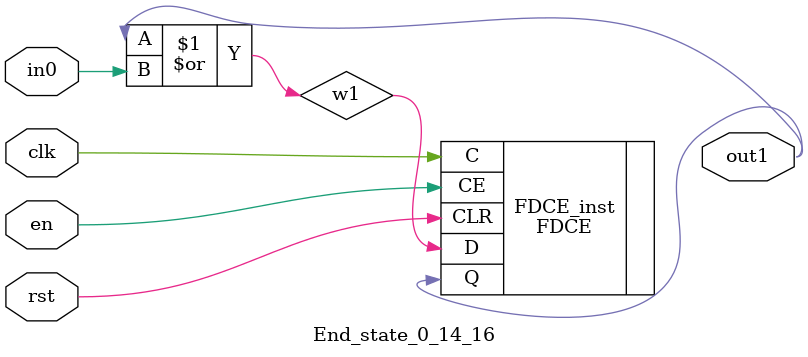
<source format=v>
module engine_0_14(out,clk,sod,en, in_41, in_0, in_1, in_3, in_5, in_7, in_10, in_12, in_13, in_17, in_29);
//pcre: /^Millenium\s+\d+\x2E\d+\x2D/smi
//block char: M[0], ^[9], \x20[8], N[0], L[0], I[0], -[0], \x2E[8], \d[5], e[0], u[0], 

	input clk,sod,en;

	input in_41, in_0, in_1, in_3, in_5, in_7, in_10, in_12, in_13, in_17, in_29;
	output out;

	assign w0 = 1'b1;
	state_0_14_1 BlockState_0_14_1 (w1,in_0,clk,en,sod,w0);
	state_0_14_2 BlockState_0_14_2 (w2,in_41,clk,en,sod,w1);
	state_0_14_3 BlockState_0_14_3 (w3,in_7,clk,en,sod,w2);
	state_0_14_4 BlockState_0_14_4 (w4,in_5,clk,en,sod,w3);
	state_0_14_5 BlockState_0_14_5 (w5,in_5,clk,en,sod,w4);
	state_0_14_6 BlockState_0_14_6 (w6,in_17,clk,en,sod,w5);
	state_0_14_7 BlockState_0_14_7 (w7,in_3,clk,en,sod,w6);
	state_0_14_8 BlockState_0_14_8 (w8,in_7,clk,en,sod,w7);
	state_0_14_9 BlockState_0_14_9 (w9,in_29,clk,en,sod,w8);
	state_0_14_10 BlockState_0_14_10 (w10,in_41,clk,en,sod,w9);
	state_0_14_11 BlockState_0_14_11 (w11,in_1,clk,en,sod,w11,w10);
	state_0_14_12 BlockState_0_14_12 (w12,in_13,clk,en,sod,w12,w11);
	state_0_14_13 BlockState_0_14_13 (w13,in_12,clk,en,sod,w12);
	state_0_14_14 BlockState_0_14_14 (w14,in_13,clk,en,sod,w14,w13);
	state_0_14_15 BlockState_0_14_15 (w15,in_10,clk,en,sod,w14);
	End_state_0_14_16 BlockState_0_14_16 (out,clk,en,sod,w15);
endmodule

module state_0_14_1(out1,in_char,clk,en,rst,in0);
	input in_char,clk,en,rst,in0;
	output out1;
	wire w1,w2;
	assign w1 = in0; 
	and(w2,in_char,w1);
	FDCE #(.INIT(1'b0)) FDCE_inst (
		.Q(out1),
		.C(clk),
		.CE(en),
		.CLR(rst),
		.D(w2)
);
endmodule

module state_0_14_2(out1,in_char,clk,en,rst,in0);
	input in_char,clk,en,rst,in0;
	output out1;
	wire w1,w2;
	assign w1 = in0; 
	and(w2,in_char,w1);
	FDCE #(.INIT(1'b0)) FDCE_inst (
		.Q(out1),
		.C(clk),
		.CE(en),
		.CLR(rst),
		.D(w2)
);
endmodule

module state_0_14_3(out1,in_char,clk,en,rst,in0);
	input in_char,clk,en,rst,in0;
	output out1;
	wire w1,w2;
	assign w1 = in0; 
	and(w2,in_char,w1);
	FDCE #(.INIT(1'b0)) FDCE_inst (
		.Q(out1),
		.C(clk),
		.CE(en),
		.CLR(rst),
		.D(w2)
);
endmodule

module state_0_14_4(out1,in_char,clk,en,rst,in0);
	input in_char,clk,en,rst,in0;
	output out1;
	wire w1,w2;
	assign w1 = in0; 
	and(w2,in_char,w1);
	FDCE #(.INIT(1'b0)) FDCE_inst (
		.Q(out1),
		.C(clk),
		.CE(en),
		.CLR(rst),
		.D(w2)
);
endmodule

module state_0_14_5(out1,in_char,clk,en,rst,in0);
	input in_char,clk,en,rst,in0;
	output out1;
	wire w1,w2;
	assign w1 = in0; 
	and(w2,in_char,w1);
	FDCE #(.INIT(1'b0)) FDCE_inst (
		.Q(out1),
		.C(clk),
		.CE(en),
		.CLR(rst),
		.D(w2)
);
endmodule

module state_0_14_6(out1,in_char,clk,en,rst,in0);
	input in_char,clk,en,rst,in0;
	output out1;
	wire w1,w2;
	assign w1 = in0; 
	and(w2,in_char,w1);
	FDCE #(.INIT(1'b0)) FDCE_inst (
		.Q(out1),
		.C(clk),
		.CE(en),
		.CLR(rst),
		.D(w2)
);
endmodule

module state_0_14_7(out1,in_char,clk,en,rst,in0);
	input in_char,clk,en,rst,in0;
	output out1;
	wire w1,w2;
	assign w1 = in0; 
	and(w2,in_char,w1);
	FDCE #(.INIT(1'b0)) FDCE_inst (
		.Q(out1),
		.C(clk),
		.CE(en),
		.CLR(rst),
		.D(w2)
);
endmodule

module state_0_14_8(out1,in_char,clk,en,rst,in0);
	input in_char,clk,en,rst,in0;
	output out1;
	wire w1,w2;
	assign w1 = in0; 
	and(w2,in_char,w1);
	FDCE #(.INIT(1'b0)) FDCE_inst (
		.Q(out1),
		.C(clk),
		.CE(en),
		.CLR(rst),
		.D(w2)
);
endmodule

module state_0_14_9(out1,in_char,clk,en,rst,in0);
	input in_char,clk,en,rst,in0;
	output out1;
	wire w1,w2;
	assign w1 = in0; 
	and(w2,in_char,w1);
	FDCE #(.INIT(1'b0)) FDCE_inst (
		.Q(out1),
		.C(clk),
		.CE(en),
		.CLR(rst),
		.D(w2)
);
endmodule

module state_0_14_10(out1,in_char,clk,en,rst,in0);
	input in_char,clk,en,rst,in0;
	output out1;
	wire w1,w2;
	assign w1 = in0; 
	and(w2,in_char,w1);
	FDCE #(.INIT(1'b0)) FDCE_inst (
		.Q(out1),
		.C(clk),
		.CE(en),
		.CLR(rst),
		.D(w2)
);
endmodule

module state_0_14_11(out1,in_char,clk,en,rst,in0,in1);
	input in_char,clk,en,rst,in0,in1;
	output out1;
	wire w1,w2;
	or(w1,in0,in1);
	and(w2,in_char,w1);
	FDCE #(.INIT(1'b0)) FDCE_inst (
		.Q(out1),
		.C(clk),
		.CE(en),
		.CLR(rst),
		.D(w2)
);
endmodule

module state_0_14_12(out1,in_char,clk,en,rst,in0,in1);
	input in_char,clk,en,rst,in0,in1;
	output out1;
	wire w1,w2;
	or(w1,in0,in1);
	and(w2,in_char,w1);
	FDCE #(.INIT(1'b0)) FDCE_inst (
		.Q(out1),
		.C(clk),
		.CE(en),
		.CLR(rst),
		.D(w2)
);
endmodule

module state_0_14_13(out1,in_char,clk,en,rst,in0);
	input in_char,clk,en,rst,in0;
	output out1;
	wire w1,w2;
	assign w1 = in0; 
	and(w2,in_char,w1);
	FDCE #(.INIT(1'b0)) FDCE_inst (
		.Q(out1),
		.C(clk),
		.CE(en),
		.CLR(rst),
		.D(w2)
);
endmodule

module state_0_14_14(out1,in_char,clk,en,rst,in0,in1);
	input in_char,clk,en,rst,in0,in1;
	output out1;
	wire w1,w2;
	or(w1,in0,in1);
	and(w2,in_char,w1);
	FDCE #(.INIT(1'b0)) FDCE_inst (
		.Q(out1),
		.C(clk),
		.CE(en),
		.CLR(rst),
		.D(w2)
);
endmodule

module state_0_14_15(out1,in_char,clk,en,rst,in0);
	input in_char,clk,en,rst,in0;
	output out1;
	wire w1,w2;
	assign w1 = in0; 
	and(w2,in_char,w1);
	FDCE #(.INIT(1'b0)) FDCE_inst (
		.Q(out1),
		.C(clk),
		.CE(en),
		.CLR(rst),
		.D(w2)
);
endmodule

module End_state_0_14_16(out1,clk,en,rst,in0);
	input clk,rst,en,in0;
	output out1;
	wire w1;
	or(w1,out1,in0);
	FDCE #(.INIT(1'b0)) FDCE_inst (
		.Q(out1),
		.C(clk),
		.CE(en),
		.CLR(rst),
		.D(w1)
);
endmodule


</source>
